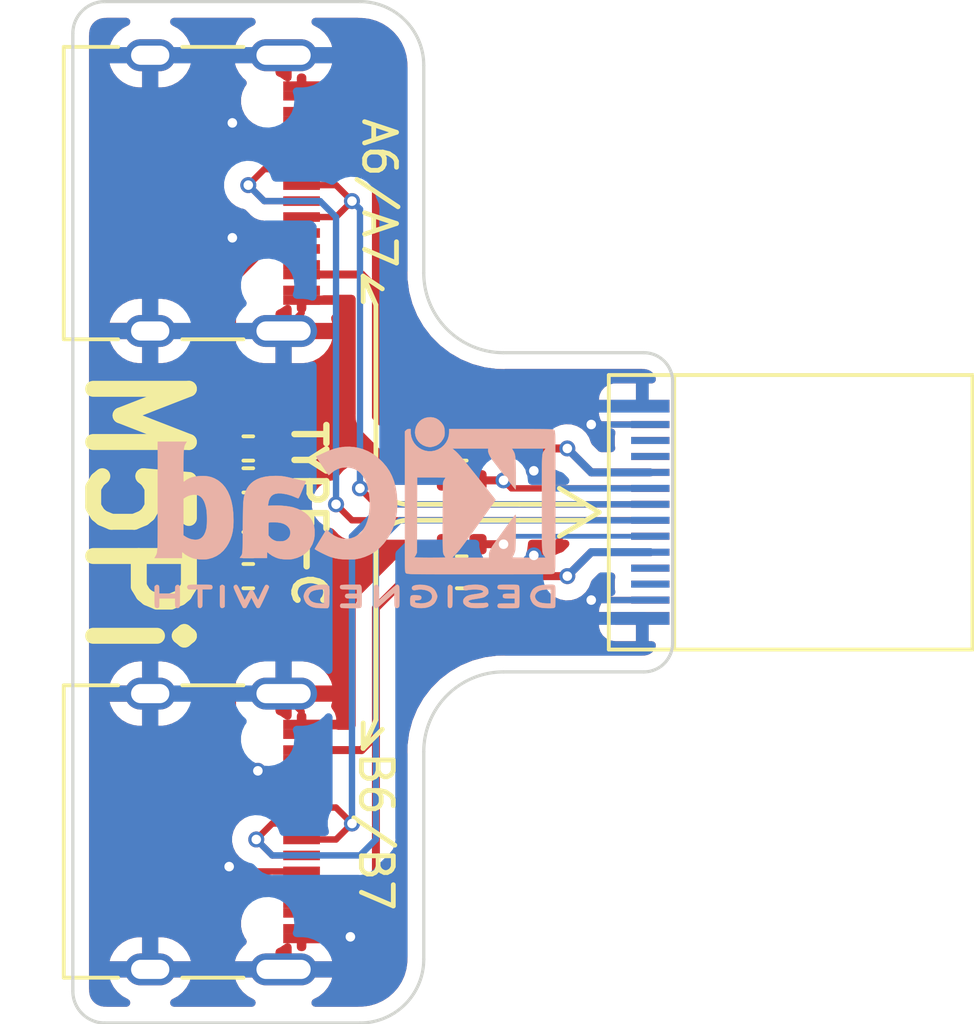
<source format=kicad_pcb>
(kicad_pcb (version 20210424) (generator pcbnew)
  (layers (0 "F.Cu" signal) (31 "B.Cu" signal) (34 "B.Paste" user) (35 "F.Paste" user) (36 "B.SilkS" user "B.Silkscreen") (37 "F.SilkS" user "F.Silkscreen") (38 "B.Mask" user) (39 "F.Mask" user) (44 "Edge.Cuts" user))
  (net 0 "")
  (net 1 "GND")
  (net 2 "/VBUS")
  (net 3 "Net-(M5Pi-USB1-PadA5)")
  (net 4 "/UART_USB_D+")
  (net 5 "/UART_USB_D-")
  (net 6 "Net-(M5Pi-USB1-PadB5)")
  (net 7 "/OTG_USB_D+")
  (net 8 "/OTG_USB_D-")
  (net 9 "Net-(OTG1-PadA4)")
  (net 10 "Net-(OTG1-PadA5)")
  (net 11 "Net-(OTG1-PadB5)")
  (net 12 "Net-(UART1-PadB5)")
  (net 13 "Net-(UART1-PadA5)")
  (net 14 "Net-(UART1-PadA4)")
  (footprint "Resistor_SMD:R_0402_1005Metric" (layer "F.Cu") (at 149.69 111)
    (fp_text reference "R1" hide)
    (fp_text value "0R")
    (pad "1" smd roundrect locked (at -0.51 0) (size 0.54 0.64) (layers "F.Cu" "F.Paste" "F.Mask") (net 1 "GND"))
    (pad "2" smd roundrect locked (at 0.51 0) (size 0.54 0.64) (layers "F.Cu" "F.Paste" "F.Mask") (net 3 "Net-(M5Pi-USB1-PadA5)"))
  )
  (footprint "Resistor_SMD:R_0402_1005Metric" (layer "F.Cu") (at 143 113 180)
    (fp_text reference "R6" hide)
    (fp_text value "0R")
    (pad "1" smd roundrect locked (at -0.51 0 180) (size 0.54 0.64) (layers "F.Cu" "F.Paste" "F.Mask") (net 1 "GND"))
    (pad "2" smd roundrect locked (at 0.51 0 180) (size 0.54 0.64) (layers "F.Cu" "F.Paste" "F.Mask") (net 11 "Net-(OTG1-PadB5)"))
  )
  (footprint "Resistor_SMD:R_0402_1005Metric" (layer "F.Cu") (at 143 114 180)
    (fp_text reference "R7" hide)
    (fp_text value "0R")
    (pad "1" smd roundrect locked (at -0.51 0 180) (size 0.54 0.64) (layers "F.Cu" "F.Paste" "F.Mask") (net 1 "GND"))
    (pad "2" smd roundrect locked (at 0.51 0 180) (size 0.54 0.64) (layers "F.Cu" "F.Paste" "F.Mask") (net 10 "Net-(OTG1-PadA5)"))
  )
  (footprint "Resistor_SMD:R_0402_1005Metric" (layer "F.Cu") (at 149.69 113)
    (fp_text reference "R2" hide)
    (fp_text value "0R")
    (pad "1" smd roundrect locked (at -0.51 0) (size 0.54 0.64) (layers "F.Cu" "F.Paste" "F.Mask") (net 1 "GND"))
    (pad "2" smd roundrect locked (at 0.51 0) (size 0.54 0.64) (layers "F.Cu" "F.Paste" "F.Mask") (net 6 "Net-(M5Pi-USB1-PadB5)"))
  )
  (footprint "Resistor_SMD:R_0402_1005Metric" (layer "F.Cu") (at 149.69 114 180)
    (fp_text reference "R8" hide)
    (fp_text value "0R")
    (pad "1" smd roundrect locked (at -0.51 0 180) (size 0.54 0.64) (layers "F.Cu" "F.Paste" "F.Mask") (net 2 "/VBUS"))
    (pad "2" smd roundrect locked (at 0.51 0 180) (size 0.54 0.64) (layers "F.Cu" "F.Paste" "F.Mask") (net 9 "Net-(OTG1-PadA4)"))
  )
  (footprint "imliubo-nightly:USB_C_C393939" (layer "F.Cu") (at 141 122 -90)
    (fp_text reference "OTG1" hide)
    (fp_text value "USB_C")
    (pad "" np_thru_hole circle (at 2.89 -2.605 270) (size 0.65 0.65) (drill 0.65) (layers *.Cu *.Mask))
    (pad "" np_thru_hole circle (at -2.89 -2.605 270) (size 0.65 0.65) (drill 0.65) (layers *.Cu *.Mask))
    (pad "A1" smd rect (at -3.35 -3.67 270) (size 0.3 1.15) (layers "F.Cu" "F.Paste" "F.Mask") (net 1 "GND"))
    (pad "A4" smd rect (at -2.55 -3.67 270) (size 0.3 1.15) (layers "F.Cu" "F.Paste" "F.Mask") (net 9 "Net-(OTG1-PadA4)"))
    (pad "A5" smd rect (at -1.25 -3.67 270) (size 0.3 1.15) (layers "F.Cu" "F.Paste" "F.Mask") (net 10 "Net-(OTG1-PadA5)"))
    (pad "A6" smd rect (at -0.25 -3.67 270) (size 0.3 1.15) (layers "F.Cu" "F.Paste" "F.Mask") (net 7 "/OTG_USB_D+"))
    (pad "A7" smd rect (at 0.25 -3.67 270) (size 0.3 1.15) (layers "F.Cu" "F.Paste" "F.Mask") (net 8 "/OTG_USB_D-"))
    (pad "A8" smd rect (at 1.25 -3.67 270) (size 0.3 1.15) (layers "F.Cu" "F.Paste" "F.Mask") (net 1 "GND"))
    (pad "A9" smd rect (at 2.55 -3.67 270) (size 0.3 1.15) (layers "F.Cu" "F.Paste" "F.Mask") (net 9 "Net-(OTG1-PadA4)"))
    (pad "A12" smd rect (at 3.35 -3.67 270) (size 0.3 1.15) (layers "F.Cu" "F.Paste" "F.Mask") (net 1 "GND"))
    (pad "B1" smd rect (at 3.05 -3.67 270) (size 0.3 1.15) (layers "F.Cu" "F.Paste" "F.Mask") (net 1 "GND"))
    (pad "B4" smd rect (at 2.25 -3.67 270) (size 0.3 1.15) (layers "F.Cu" "F.Paste" "F.Mask") (net 9 "Net-(OTG1-PadA4)"))
    (pad "B5" smd rect (at 1.75 -3.67 270) (size 0.3 1.15) (layers "F.Cu" "F.Paste" "F.Mask") (net 11 "Net-(OTG1-PadB5)"))
    (pad "B6" smd rect (at 0.75 -3.67 270) (size 0.3 1.15) (layers "F.Cu" "F.Paste" "F.Mask") (net 7 "/OTG_USB_D+"))
    (pad "B7" smd rect (at -0.75 -3.67 270) (size 0.3 1.15) (layers "F.Cu" "F.Paste" "F.Mask") (net 8 "/OTG_USB_D-"))
    (pad "B8" smd rect (at -1.75 -3.67 270) (size 0.3 1.15) (layers "F.Cu" "F.Paste" "F.Mask") (net 1 "GND"))
    (pad "B9" smd rect (at -2.25 -3.67 270) (size 0.3 1.15) (layers "F.Cu" "F.Paste" "F.Mask") (net 9 "Net-(OTG1-PadA4)"))
    (pad "B12" smd rect (at -3.05 -3.67 270) (size 0.3 1.15) (layers "F.Cu" "F.Paste" "F.Mask") (net 1 "GND"))
    (pad "S1" thru_hole oval (at 4.32 1.075 270) (size 1 1.6) (drill oval 0.6 1.2) (layers *.Cu *.Mask) (net 1 "GND"))
    (pad "S1" thru_hole oval (at -4.32 1.075 270) (size 1 1.6) (drill oval 0.6 1.2) (layers *.Cu *.Mask) (net 1 "GND"))
    (pad "S1" thru_hole oval (at 4.32 -3.105 270) (size 1 2.1) (drill oval 0.6 1.7) (layers *.Cu *.Mask) (net 1 "GND"))
    (pad "S1" thru_hole oval (at -4.32 -3.105 270) (size 1 2.1) (drill oval 0.6 1.7) (layers *.Cu *.Mask) (net 1 "GND"))
  )
  (footprint "imliubo-nightly:USB_C_C393939" (layer "F.Cu") (at 141 102 -90)
    (fp_text reference "UART1" hide)
    (fp_text value "USB_C")
    (pad "" np_thru_hole circle (at -2.89 -2.605 270) (size 0.65 0.65) (drill 0.65) (layers *.Cu *.Mask))
    (pad "" np_thru_hole circle (at 2.89 -2.605 270) (size 0.65 0.65) (drill 0.65) (layers *.Cu *.Mask))
    (pad "A1" smd rect (at -3.35 -3.67 270) (size 0.3 1.15) (layers "F.Cu" "F.Paste" "F.Mask") (net 1 "GND"))
    (pad "A4" smd rect (at -2.55 -3.67 270) (size 0.3 1.15) (layers "F.Cu" "F.Paste" "F.Mask") (net 14 "Net-(UART1-PadA4)"))
    (pad "A5" smd rect (at -1.25 -3.67 270) (size 0.3 1.15) (layers "F.Cu" "F.Paste" "F.Mask") (net 13 "Net-(UART1-PadA5)"))
    (pad "A6" smd rect (at -0.25 -3.67 270) (size 0.3 1.15) (layers "F.Cu" "F.Paste" "F.Mask") (net 4 "/UART_USB_D+"))
    (pad "A7" smd rect (at 0.25 -3.67 270) (size 0.3 1.15) (layers "F.Cu" "F.Paste" "F.Mask") (net 5 "/UART_USB_D-"))
    (pad "A8" smd rect (at 1.25 -3.67 270) (size 0.3 1.15) (layers "F.Cu" "F.Paste" "F.Mask") (net 1 "GND"))
    (pad "A9" smd rect (at 2.55 -3.67 270) (size 0.3 1.15) (layers "F.Cu" "F.Paste" "F.Mask") (net 14 "Net-(UART1-PadA4)"))
    (pad "A12" smd rect (at 3.35 -3.67 270) (size 0.3 1.15) (layers "F.Cu" "F.Paste" "F.Mask") (net 1 "GND"))
    (pad "B1" smd rect (at 3.05 -3.67 270) (size 0.3 1.15) (layers "F.Cu" "F.Paste" "F.Mask") (net 1 "GND"))
    (pad "B4" smd rect (at 2.25 -3.67 270) (size 0.3 1.15) (layers "F.Cu" "F.Paste" "F.Mask") (net 14 "Net-(UART1-PadA4)"))
    (pad "B5" smd rect (at 1.75 -3.67 270) (size 0.3 1.15) (layers "F.Cu" "F.Paste" "F.Mask") (net 12 "Net-(UART1-PadB5)"))
    (pad "B6" smd rect (at 0.75 -3.67 270) (size 0.3 1.15) (layers "F.Cu" "F.Paste" "F.Mask") (net 4 "/UART_USB_D+"))
    (pad "B7" smd rect (at -0.75 -3.67 270) (size 0.3 1.15) (layers "F.Cu" "F.Paste" "F.Mask") (net 5 "/UART_USB_D-"))
    (pad "B8" smd rect (at -1.75 -3.67 270) (size 0.3 1.15) (layers "F.Cu" "F.Paste" "F.Mask") (net 1 "GND"))
    (pad "B9" smd rect (at -2.25 -3.67 270) (size 0.3 1.15) (layers "F.Cu" "F.Paste" "F.Mask") (net 14 "Net-(UART1-PadA4)"))
    (pad "B12" smd rect (at -3.05 -3.67 270) (size 0.3 1.15) (layers "F.Cu" "F.Paste" "F.Mask") (net 1 "GND"))
    (pad "S1" thru_hole oval (at -4.32 1.075 270) (size 1 1.6) (drill oval 0.6 1.2) (layers *.Cu *.Mask) (net 1 "GND"))
    (pad "S1" thru_hole oval (at 4.32 1.075 270) (size 1 1.6) (drill oval 0.6 1.2) (layers *.Cu *.Mask) (net 1 "GND"))
    (pad "S1" thru_hole oval (at 4.32 -3.105 270) (size 1 2.1) (drill oval 0.6 1.7) (layers *.Cu *.Mask) (net 1 "GND"))
    (pad "S1" thru_hole oval (at -4.32 -3.105 270) (size 1 2.1) (drill oval 0.6 1.7) (layers *.Cu *.Mask) (net 1 "GND"))
  )
  (footprint "imliubo-nightly:TYPE-C-31-G" (layer "F.Cu") (at 155.6 112 90)
    (fp_text reference "M5Pi-USB1" hide)
    (fp_text value "USB_C_Receptacle")
    (pad "A1" smd rect (at 2.75 0 90) (size 0.22 1.2) (layers "F.Cu" "F.Paste" "F.Mask") (net 1 "GND"))
    (pad "A2" smd rect (at 2.25 0 90) (size 0.22 1.2) (layers "F.Cu" "F.Paste" "F.Mask"))
    (pad "A3" smd rect (at 1.75 0 90) (size 0.22 1.2) (layers "F.Cu" "F.Paste" "F.Mask"))
    (pad "A4" smd rect (at 1.25 0 90) (size 0.22 1.2) (layers "F.Cu" "F.Paste" "F.Mask") (net 2 "/VBUS"))
    (pad "A5" smd rect (at 0.75 0 90) (size 0.22 1.2) (layers "F.Cu" "F.Paste" "F.Mask") (net 3 "Net-(M5Pi-USB1-PadA5)"))
    (pad "A6" smd rect (at 0.25 0 90) (size 0.22 1.2) (layers "F.Cu" "F.Paste" "F.Mask") (net 4 "/UART_USB_D+"))
    (pad "A7" smd rect (at -0.25 0 90) (size 0.22 1.2) (layers "F.Cu" "F.Paste" "F.Mask") (net 5 "/UART_USB_D-"))
    (pad "A8" smd rect (at -0.75 0 90) (size 0.22 1.2) (layers "F.Cu" "F.Paste" "F.Mask") (net 1 "GND"))
    (pad "A9" smd rect (at -1.25 0 90) (size 0.22 1.2) (layers "F.Cu" "F.Paste" "F.Mask") (net 2 "/VBUS"))
    (pad "A10" smd rect (at -1.75 0 90) (size 0.22 1.2) (layers "F.Cu" "F.Paste" "F.Mask"))
    (pad "A11" smd rect (at -2.25 0 90) (size 0.22 1.2) (layers "F.Cu" "F.Paste" "F.Mask"))
    (pad "A12" smd rect (at -2.75 0 90) (size 0.22 1.2) (layers "F.Cu" "F.Paste" "F.Mask") (net 1 "GND"))
    (pad "B1" smd rect (at -2.75 0 90) (size 0.22 1.2) (layers "B.Cu" "B.Paste" "B.Mask") (net 1 "GND"))
    (pad "B2" smd rect (at -2.25 0 90) (size 0.22 1.2) (layers "B.Cu" "B.Paste" "B.Mask"))
    (pad "B3" smd rect (at -1.75 0 90) (size 0.22 1.2) (layers "B.Cu" "B.Paste" "B.Mask"))
    (pad "B4" smd rect (at -1.25 0 90) (size 0.22 1.2) (layers "B.Cu" "B.Paste" "B.Mask") (net 2 "/VBUS"))
    (pad "B5" smd rect (at -0.75 0 90) (size 0.22 1.2) (layers "B.Cu" "B.Paste" "B.Mask") (net 6 "Net-(M5Pi-USB1-PadB5)"))
    (pad "B6" smd rect (at -0.25 0 90) (size 0.22 1.2) (layers "B.Cu" "B.Paste" "B.Mask") (net 7 "/OTG_USB_D+"))
    (pad "B7" smd rect (at 0.25 0 90) (size 0.22 1.2) (layers "B.Cu" "B.Paste" "B.Mask") (net 8 "/OTG_USB_D-"))
    (pad "B8" smd rect (at 0.75 0 90) (size 0.22 1.2) (layers "B.Cu" "B.Paste" "B.Mask") (net 1 "GND"))
    (pad "B9" smd rect (at 1.25 0 90) (size 0.22 1.2) (layers "B.Cu" "B.Paste" "B.Mask") (net 2 "/VBUS"))
    (pad "B10" smd rect (at 1.75 0 90) (size 0.22 1.2) (layers "B.Cu" "B.Paste" "B.Mask"))
    (pad "B11" smd rect (at 2.25 0 90) (size 0.22 1.2) (layers "B.Cu" "B.Paste" "B.Mask"))
    (pad "B12" smd rect (at 2.75 0 90) (size 0.22 1.2) (layers "B.Cu" "B.Paste" "B.Mask") (net 1 "GND"))
    (pad "S1" smd rect (at -3.325 -0.25 90) (size 0.4 1.7) (layers "B.Cu" "B.Paste" "B.Mask") (net 1 "GND"))
    (pad "S1" smd rect (at -3.325 -0.25 90) (size 0.4 1.7) (layers "F.Cu" "F.Paste" "F.Mask") (net 1 "GND"))
    (pad "S1" smd rect (at 3.325 -0.25 90) (size 0.4 1.7) (layers "B.Cu" "B.Paste" "B.Mask") (net 1 "GND"))
    (pad "S1" smd rect (at 3.325 -0.25 90) (size 0.4 1.7) (layers "F.Cu" "F.Paste" "F.Mask") (net 1 "GND"))
  )
  (footprint "Resistor_SMD:R_0402_1005Metric" (layer "F.Cu") (at 149.69 110 180)
    (fp_text reference "R5" hide)
    (fp_text value "0R")
    (pad "1" smd roundrect locked (at -0.51 0 180) (size 0.54 0.64) (layers "F.Cu" "F.Paste" "F.Mask") (net 2 "/VBUS"))
    (pad "2" smd roundrect locked (at 0.51 0 180) (size 0.54 0.64) (layers "F.Cu" "F.Paste" "F.Mask") (net 14 "Net-(UART1-PadA4)"))
  )
  (footprint "Resistor_SMD:R_0402_1005Metric" (layer "F.Cu") (at 143 110 180)
    (fp_text reference "R3" hide)
    (fp_text value "R")
    (pad "1" smd roundrect locked (at -0.51 0 180) (size 0.54 0.64) (layers "F.Cu" "F.Paste" "F.Mask") (net 1 "GND"))
    (pad "2" smd roundrect locked (at 0.51 0 180) (size 0.54 0.64) (layers "F.Cu" "F.Paste" "F.Mask") (net 12 "Net-(UART1-PadB5)"))
  )
  (footprint "Resistor_SMD:R_0402_1005Metric" (layer "F.Cu") (at 143 111 180)
    (fp_text reference "R4" hide)
    (fp_text value "R")
    (pad "1" smd roundrect locked (at -0.51 0 180) (size 0.54 0.64) (layers "F.Cu" "F.Paste" "F.Mask") (net 1 "GND"))
    (pad "2" smd roundrect locked (at 0.51 0 180) (size 0.54 0.64) (layers "F.Cu" "F.Paste" "F.Mask") (net 13 "Net-(UART1-PadA5)"))
  )
  (footprint "Symbol:KiCad-Logo2_5mm_SilkScreen" (layer "B.Cu") (at 146.35 112 180)
    (fp_text reference "REF**" hide)
    (fp_text value "KiCad-Logo2_5mm_SilkScreen" hide)
  )
  (gr_line (start 147 113.25) (end 147 118.5) (layer "F.SilkS") (width 0.15))
  (gr_line (start 146.6 118.6) (end 146.6 119.4) (layer "F.SilkS") (width 0.15))
  (gr_line (start 151.5 111.75) (end 148 111.75) (layer "F.SilkS") (width 0.15))
  (gr_arc (start 148 110.75) (end 148 111.75) (angle 90) (layer "F.SilkS") (width 0.15))
  (gr_line (start 146.6 104.6) (end 146.6 105.4) (layer "F.SilkS") (width 0.15))
  (gr_arc (start 148 113.25) (end 148 112.25) (angle -90) (layer "F.SilkS") (width 0.15))
  (gr_line (start 154 112) (end 152.75 111.25) (layer "F.SilkS") (width 0.15))
  (gr_line (start 146.6 119.4) (end 147.2 118.8) (layer "F.SilkS") (width 0.15))
  (gr_line (start 147 110.75) (end 147 105.5) (layer "F.SilkS") (width 0.15))
  (gr_line (start 151.5 112.25) (end 148 112.25) (layer "F.SilkS") (width 0.15))
  (gr_line (start 151.5 112.25) (end 153.5 112.25) (layer "F.SilkS") (width 0.15))
  (gr_line (start 154 112) (end 152.75 112.75) (layer "F.SilkS") (width 0.15))
  (gr_line (start 151.5 111.75) (end 153.5 111.75) (layer "F.SilkS") (width 0.15))
  (gr_line (start 147 118.5) (end 146.6 119.4) (layer "F.SilkS") (width 0.15))
  (gr_line (start 147 105.5) (end 146.6 104.6) (layer "F.SilkS") (width 0.15))
  (gr_line (start 146.6 104.6) (end 147.2 105) (layer "F.SilkS") (width 0.15))
  (gr_arc (start 146.5 126) (end 146.5 128) (angle -90) (layer "Edge.Cuts") (width 0.1))
  (gr_arc (start 138.5 127) (end 138.5 128) (angle 90) (layer "Edge.Cuts") (width 0.1))
  (gr_arc (start 155.4 107.9) (end 155.4 107) (angle 90) (layer "Edge.Cuts") (width 0.1))
  (gr_arc (start 151 104.5) (end 151 107) (angle 90) (layer "Edge.Cuts") (width 0.1))
  (gr_line (start 156.3 116.1) (end 156.3 107.9) (layer "Edge.Cuts") (width 0.1))
  (gr_arc (start 138.5 97) (end 138.5 96) (angle -90) (layer "Edge.Cuts") (width 0.1))
  (gr_line (start 148.5 98) (end 148.5 104.5) (layer "Edge.Cuts") (width 0.1))
  (gr_arc (start 146.5 98) (end 146.5 96) (angle 90) (layer "Edge.Cuts") (width 0.1))
  (gr_arc (start 151 119.5) (end 151 117) (angle -90) (layer "Edge.Cuts") (width 0.1))
  (gr_line (start 151 117) (end 155.4 117) (layer "Edge.Cuts") (width 0.1))
  (gr_arc (start 155.4 116.1) (end 156.3 116.1) (angle 90) (layer "Edge.Cuts") (width 0.1))
  (gr_line (start 155.4 107) (end 151 107) (layer "Edge.Cuts") (width 0.1))
  (gr_line (start 148.5 119.5) (end 148.5 126) (layer "Edge.Cuts") (width 0.1))
  (gr_line (start 137.5 97) (end 137.5 127) (layer "Edge.Cuts") (width 0.1))
  (gr_line (start 138.5 96) (end 146.5 96) (layer "Edge.Cuts") (width 0.1))
  (gr_line (start 138.5 128) (end 146.5 128) (layer "Edge.Cuts") (width 0.1))
  (gr_text "TYPE-C" (at 144.9 112.05 270) (layer "F.SilkS") (effects (font (size 1 1) (thickness 0.2))))
  (gr_text "B6/B7" (at 147 122 270) (layer "F.SilkS") (effects (font (size 1 1))))
  (gr_text "M5Pi" (at 139.5 112 270) (layer "F.SilkS") (effects (font (size 3 2.5) (thickness 0.5))))
  (gr_text "A6/A7" (at 147.1 102 270) (layer "F.SilkS") (effects (font (size 1 1))))
  (segment (start 152.85 112.75) (end 152.25 113.35) (width 0.15) (layer "F.Cu") (net 1))
  (segment (start 144.67 105.35) (end 144.67 105.755) (width 0.2) (layer "F.Cu") (net 1))
  (segment (start 144.67 123.25) (end 142.55 123.25) (width 0.2) (layer "F.Cu") (net 1))
  (segment (start 142.65 103.25) (end 142.5 103.4) (width 0.2) (layer "F.Cu") (net 1))
  (segment (start 144.67 118.245) (end 144.105 117.68) (width 0.2) (layer "F.Cu") (net 1))
  (segment (start 146.15 125.35) (end 146.2 125.3) (width 0.2) (layer "F.Cu") (net 1))
  (segment (start 144.67 125.35) (end 146.15 125.35) (width 0.2) (layer "F.Cu") (net 1))
  (segment (start 144.67 120.25) (end 143.45 120.25) (width 0.2) (layer "F.Cu") (net 1))
  (segment (start 142.95 100.25) (end 142.5 99.8) (width 0.2) (layer "F.Cu") (net 1))
  (segment (start 155.6 114.75) (end 153.75 114.75) (width 0.2) (layer "F.Cu") (net 1))
  (segment (start 142.55 123.25) (end 142.4 123.1) (width 0.2) (layer "F.Cu") (net 1))
  (segment (start 144.67 105.755) (end 144.105 106.32) (width 0.2) (layer "F.Cu") (net 1))
  (segment (start 143.45 120.25) (end 143.3 120.1) (width 0.2) (layer "F.Cu") (net 1))
  (segment (start 155.6 112.75) (end 152.85 112.75) (width 0.15) (layer "F.Cu") (net 1))
  (segment (start 152.25 113.35) (end 151.95 113.35) (width 0.15) (layer "F.Cu") (net 1))
  (segment (start 143.51 110) (end 143.51 113) (width 0.25) (layer "F.Cu") (net 1))
  (segment (start 144.67 100.25) (end 142.95 100.25) (width 0.2) (layer "F.Cu") (net 1))
  (segment (start 144.67 118.65) (end 144.67 118.245) (width 0.2) (layer "F.Cu") (net 1))
  (segment (start 143.51 113) (end 143.51 114) (width 0.25) (layer "F.Cu") (net 1))
  (segment (start 155.6 109.25) (end 153.75 109.25) (width 0.2) (layer "F.Cu") (net 1))
  (segment (start 144.67 103.25) (end 142.65 103.25) (width 0.2) (layer "F.Cu") (net 1))
  (via (at 143.3 120.1) (size 0.5) (drill 0.3) (layers "F.Cu" "B.Cu") (net 1))
  (via (at 142.5 103.4) (size 0.5) (drill 0.3) (layers "F.Cu" "B.Cu") (net 1))
  (via (at 142.4 123.1) (size 0.5) (drill 0.3) (layers "F.Cu" "B.Cu") (net 1))
  (via (at 151.95 113.35) (size 0.5) (drill 0.3) (layers "F.Cu" "B.Cu") (net 1))
  (via (at 153.75 109.25) (size 0.5) (drill 0.3) (layers "F.Cu" "B.Cu") (net 1))
  (via (at 153.75 114.75) (size 0.5) (drill 0.3) (layers "F.Cu" "B.Cu") (net 1))
  (via (at 142.5 99.8) (size 0.5) (drill 0.3) (layers "F.Cu" "B.Cu") (net 1))
  (via (at 151.95 110.7) (size 0.5) (drill 0.3) (layers "F.Cu" "B.Cu") (net 1))
  (via (at 146.2 125.3) (size 0.5) (drill 0.3) (layers "F.Cu" "B.Cu") (net 1))
  (segment (start 155.6 111.25) (end 152.5 111.25) (width 0.2) (layer "B.Cu") (net 1))
  (segment (start 155.6 109.25) (end 153.75 109.25) (width 0.2) (layer "B.Cu") (net 1))
  (segment (start 155.6 114.75) (end 153.75 114.75) (width 0.2) (layer "B.Cu") (net 1))
  (segment (start 152.5 111.25) (end 151.95 110.7) (width 0.2) (layer "B.Cu") (net 1))
  (segment (start 153.75 110.75) (end 155.6 110.75) (width 0.25) (layer "F.Cu") (net 2))
  (segment (start 153 114) (end 150.2 114) (width 0.25) (layer "F.Cu") (net 2))
  (segment (start 153 114) (end 153.75 113.25) (width 0.25) (layer "F.Cu") (net 2))
  (segment (start 153.75 113.25) (end 155.6 113.25) (width 0.25) (layer "F.Cu") (net 2))
  (segment (start 153 110) (end 153.75 110.75) (width 0.25) (layer "F.Cu") (net 2))
  (segment (start 153 110) (end 150.2 110) (width 0.25) (layer "F.Cu") (net 2))
  (via (at 153 114) (size 0.5) (drill 0.3) (layers "F.Cu" "B.Cu") (net 2))
  (via (at 153 110) (size 0.5) (drill 0.3) (layers "F.Cu" "B.Cu") (net 2))
  (segment (start 153 114) (end 153.75 113.25) (width 0.25) (layer "B.Cu") (net 2))
  (segment (start 153.75 113.25) (end 155.6 113.25) (width 0.25) (layer "B.Cu") (net 2))
  (segment (start 153 110) (end 153.75 110.75) (width 0.25) (layer "B.Cu") (net 2))
  (segment (start 153.75 110.75) (end 155.6 110.75) (width 0.25) (layer "B.Cu") (net 2))
  (segment (start 151.25 111.25) (end 155.6 111.25) (width 0.2) (layer "F.Cu") (net 3))
  (segment (start 151 111) (end 151.25 111.25) (width 0.2) (layer "F.Cu") (net 3))
  (segment (start 151 111) (end 150.2 111) (width 0.25) (layer "F.Cu") (net 3))
  (via (at 151 111) (size 0.5) (drill 0.3) (layers "F.Cu" "B.Cu") (net 3))
  (segment (start 145.75 101.75) (end 146.25 102.25) (width 0.2) (layer "F.Cu") (net 4))
  (segment (start 147 111.75) (end 155.6 111.75) (width 0.2) (layer "F.Cu") (net 4))
  (segment (start 145.75 102.75) (end 144.67 102.75) (width 0.2) (layer "F.Cu") (net 4))
  (segment (start 146.5 111.25) (end 147 111.75) (width 0.2) (layer "F.Cu") (net 4))
  (segment (start 146.25 102.25) (end 145.75 102.75) (width 0.2) (layer "F.Cu") (net 4))
  (segment (start 144.67 101.75) (end 145.75 101.75) (width 0.2) (layer "F.Cu") (net 4))
  (via (at 146.5 111.25) (size 0.5) (drill 0.3) (layers "F.Cu" "B.Cu") (net 4))
  (via (at 146.25 102.25) (size 0.5) (drill 0.3) (layers "F.Cu" "B.Cu") (net 4))
  (segment (start 146.5 111.25) (end 146.5 102.5) (width 0.2) (layer "B.Cu") (net 4))
  (segment (start 146.5 102.5) (end 146.25 102.25) (width 0.2) (layer "B.Cu") (net 4))
  (segment (start 145.75 111.75) (end 146.25 112.25) (width 0.2) (layer "F.Cu") (net 5))
  (segment (start 143 101.75) (end 143.5 101.25) (width 0.2) (layer "F.Cu") (net 5))
  (segment (start 144.67 102.25) (end 143.5 102.25) (width 0.2) (layer "F.Cu") (net 5))
  (segment (start 146.25 112.25) (end 155.6 112.25) (width 0.2) (layer "F.Cu") (net 5))
  (segment (start 143.5 102.25) (end 143 101.75) (width 0.2) (layer "F.Cu") (net 5))
  (segment (start 143.5 101.25) (end 144.67 101.25) (width 0.2) (layer "F.Cu") (net 5))
  (via (at 145.75 111.75) (size 0.5) (drill 0.3) (layers "F.Cu" "B.Cu") (net 5))
  (via (at 143 101.75) (size 0.5) (drill 0.3) (layers "F.Cu" "B.Cu") (net 5))
  (segment (start 143.5 102.25) (end 143 101.75) (width 0.2) (layer "B.Cu") (net 5))
  (segment (start 145.25 102.25) (end 143.5 102.25) (width 0.2) (layer "B.Cu") (net 5))
  (segment (start 145.75 102.75) (end 145.25 102.25) (width 0.2) (layer "B.Cu") (net 5))
  (segment (start 145.75 111.75) (end 145.75 102.75) (width 0.2) (layer "B.Cu") (net 5))
  (segment (start 151 113) (end 150.2 113) (width 0.25) (layer "F.Cu") (net 6))
  (via (at 151 113) (size 0.5) (drill 0.3) (layers "F.Cu" "B.Cu") (net 6))
  (segment (start 151.25 112.75) (end 155.6 112.75) (width 0.15) (layer "B.Cu") (net 6))
  (segment (start 151 113) (end 151.25 112.75) (width 0.15) (layer "B.Cu") (net 6))
  (segment (start 143.25 122.25) (end 143.75 122.75) (width 0.2) (layer "F.Cu") (net 7))
  (segment (start 144.67 121.75) (end 143.75 121.75) (width 0.2) (layer "F.Cu") (net 7))
  (segment (start 143.75 121.75) (end 143.25 122.25) (width 0.2) (layer "F.Cu") (net 7))
  (segment (start 143.75 122.75) (end 144.67 122.75) (width 0.2) (layer "F.Cu") (net 7))
  (via (at 143.25 122.25) (size 0.5) (drill 0.3) (layers "F.Cu" "B.Cu") (net 7))
  (segment (start 146.5 122.75) (end 143.75 122.75) (width 0.2) (layer "B.Cu") (net 7))
  (segment (start 155.6 112.25) (end 147.75 112.25) (width 0.2) (layer "B.Cu") (net 7))
  (segment (start 147.75 112.25) (end 147 113) (width 0.2) (layer "B.Cu") (net 7))
  (segment (start 143.75 122.75) (end 143.25 122.25) (width 0.2) (layer "B.Cu") (net 7))
  (segment (start 147 113) (end 147 122.25) (width 0.2) (layer "B.Cu") (net 7))
  (segment (start 147 122.25) (end 146.5 122.75) (width 0.2) (layer "B.Cu") (net 7))
  (segment (start 146.25 121.75) (end 145.75 122.25) (width 0.2) (layer "F.Cu") (net 8))
  (segment (start 145.75 122.25) (end 144.67 122.25) (width 0.2) (layer "F.Cu") (net 8))
  (segment (start 144.67 121.25) (end 145.75 121.25) (width 0.2) (layer "F.Cu") (net 8))
  (segment (start 145.75 121.25) (end 146.25 121.75) (width 0.2) (layer "F.Cu") (net 8))
  (via (at 146.25 121.75) (size 0.5) (drill 0.3) (layers "F.Cu" "B.Cu") (net 8))
  (segment (start 155.6 111.75) (end 147.25 111.75) (width 0.2) (layer "B.Cu") (net 8))
  (segment (start 146.25 112.75) (end 146.25 121.75) (width 0.2) (layer "B.Cu") (net 8))
  (segment (start 147.25 111.75) (end 146.25 112.75) (width 0.2) (layer "B.Cu") (net 8))
  (segment (start 147 115) (end 147 119) (width 0.25) (layer "F.Cu") (net 9))
  (segment (start 147 119) (end 146.55 119.45) (width 0.25) (layer "F.Cu") (net 9))
  (segment (start 146.55 119.45) (end 144.67 119.45) (width 0.25) (layer "F.Cu") (net 9))
  (segment (start 147 119) (end 147 123.75) (width 0.25) (layer "F.Cu") (net 9))
  (segment (start 147 123.75) (end 146.5 124.25) (width 0.25) (layer "F.Cu") (net 9))
  (segment (start 149.18 114) (end 148 114) (width 0.25) (layer "F.Cu") (net 9))
  (segment (start 146.5 124.25) (end 144.67 124.25) (width 0.25) (layer "F.Cu") (net 9))
  (segment (start 148 114) (end 147 115) (width 0.25) (layer "F.Cu") (net 9))
  (segment (start 142.49 114) (end 142.49 120.24) (width 0.25) (layer "F.Cu") (net 10))
  (segment (start 143 120.75) (end 144.67 120.75) (width 0.25) (layer "F.Cu") (net 10))
  (segment (start 142.49 120.24) (end 143 120.75) (width 0.25) (layer "F.Cu") (net 10))
  (segment (start 141.5 113.5) (end 141.5 123.25) (width 0.25) (layer "F.Cu") (net 11))
  (segment (start 142 123.75) (end 144.67 123.75) (width 0.25) (layer "F.Cu") (net 11))
  (segment (start 141.5 123.25) (end 142 123.75) (width 0.25) (layer "F.Cu") (net 11))
  (segment (start 142 113) (end 141.5 113.5) (width 0.25) (layer "F.Cu") (net 11))
  (segment (start 142.49 113) (end 142 113) (width 0.25) (layer "F.Cu") (net 11))
  (segment (start 142.49 104.76) (end 143.5 103.75) (width 0.25) (layer "F.Cu") (net 12))
  (segment (start 142.49 110) (end 142.49 104.76) (width 0.25) (layer "F.Cu") (net 12))
  (segment (start 143.5 103.75) (end 144.67 103.75) (width 0.25) (layer "F.Cu") (net 12))
  (segment (start 141.5 110.5) (end 141.5 101.25) (width 0.25) (layer "F.Cu") (net 13))
  (segment (start 141.5 101.25) (end 142 100.75) (width 0.25) (layer "F.Cu") (net 13))
  (segment (start 142 111) (end 141.5 110.5) (width 0.25) (layer "F.Cu") (net 13))
  (segment (start 142 100.75) (end 144.67 100.75) (width 0.25) (layer "F.Cu") (net 13))
  (segment (start 142.49 111) (end 142 111) (width 0.25) (layer "F.Cu") (net 13))
  (segment (start 146.55 104.55) (end 144.67 104.55) (width 0.25) (layer "F.Cu") (net 14))
  (segment (start 149.18 110) (end 148 110) (width 0.25) (layer "F.Cu") (net 14))
  (segment (start 146.5 99.75) (end 144.67 99.75) (width 0.25) (layer "F.Cu") (net 14))
  (segment (start 147 105) (end 147 100.25) (width 0.25) (layer "F.Cu") (net 14))
  (segment (start 147 109) (end 147 105) (width 0.25) (layer "F.Cu") (net 14))
  (segment (start 148 110) (end 147 109) (width 0.25) (layer "F.Cu") (net 14))
  (segment (start 147 100.25) (end 146.5 99.75) (width 0.25) (layer "F.Cu") (net 14))
  (segment (start 147 105) (end 146.55 104.55) (width 0.25) (layer "F.Cu") (net 14))
  (zone (net 1) (net_name "GND") (layer "F.Cu") (connect_pads (clearance 0.508)) (min_thickness 0.254) (fill yes (thermal_gap 0.508) (thermal_bridge_width 0.508))
    (polygon (pts (xy 148.5 105) (xy 151 105) (xy 151 107) (xy 156.5 107) (xy 156.5 117) (xy 151 117) (xy 151 119.5) (xy 148.5 119.5) (xy 148.5 128) (xy 137.5 128) (xy 137.5 96) (xy 148.5 96)))
  )
  (zone (net 1) (net_name "GND") (layer "B.Cu") (connect_pads (clearance 0.508)) (min_thickness 0.254) (fill yes (thermal_gap 0.508) (thermal_bridge_width 0.508))
    (polygon (pts (xy 148.5 105) (xy 151 105) (xy 151 107) (xy 156.5 107) (xy 156.5 117) (xy 151 117) (xy 151 119.5) (xy 148.5 119.5) (xy 148.5 128) (xy 137.5 128) (xy 137.5 96) (xy 148.5 96)))
  )
)
</source>
